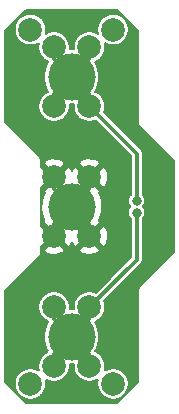
<source format=gbr>
G04 #@! TF.GenerationSoftware,KiCad,Pcbnew,5.1.5-52549c5~84~ubuntu18.04.1*
G04 #@! TF.CreationDate,2020-04-20T00:33:06-07:00*
G04 #@! TF.ProjectId,somos_dielectrode_v2.0,736f6d6f-735f-4646-9965-6c656374726f,rev?*
G04 #@! TF.SameCoordinates,Original*
G04 #@! TF.FileFunction,Copper,L2,Bot*
G04 #@! TF.FilePolarity,Positive*
%FSLAX46Y46*%
G04 Gerber Fmt 4.6, Leading zero omitted, Abs format (unit mm)*
G04 Created by KiCad (PCBNEW 5.1.5-52549c5~84~ubuntu18.04.1) date 2020-04-20 00:33:06*
%MOMM*%
%LPD*%
G04 APERTURE LIST*
%ADD10C,2.000000*%
%ADD11C,4.000000*%
%ADD12C,0.800000*%
%ADD13C,0.350000*%
%ADD14C,0.153000*%
G04 APERTURE END LIST*
D10*
X153500000Y-115000000D03*
X146500000Y-115000000D03*
X153500000Y-85000000D03*
X146500000Y-85000000D03*
D11*
X150000000Y-111000000D03*
D10*
X148500000Y-113500000D03*
X148500000Y-108500000D03*
X151500000Y-108500000D03*
X151500000Y-113500000D03*
D11*
X150000000Y-100000000D03*
D10*
X151500000Y-97500000D03*
X151500000Y-102500000D03*
X148500000Y-102500000D03*
X148500000Y-97500000D03*
X151500000Y-91500000D03*
X151500000Y-86500000D03*
X148500000Y-86500000D03*
X148500000Y-91500000D03*
D11*
X150000000Y-89000000D03*
D12*
X156500000Y-98500000D03*
X156500000Y-101500000D03*
X155500000Y-100500000D03*
X155500000Y-99500000D03*
D13*
X148500000Y-101500000D02*
X150000000Y-100000000D01*
X148500000Y-102500000D02*
X148500000Y-101500000D01*
X151500000Y-101500000D02*
X150000000Y-100000000D01*
X151500000Y-102500000D02*
X151500000Y-101500000D01*
X148500000Y-98500000D02*
X150000000Y-100000000D01*
X148500000Y-97500000D02*
X148500000Y-98500000D01*
X151500000Y-98500000D02*
X150000000Y-100000000D01*
X151500000Y-97500000D02*
X151500000Y-98500000D01*
X156275000Y-99775000D02*
X156500000Y-98500000D01*
X156500000Y-101500000D02*
X156275000Y-99775000D01*
X148500000Y-109500000D02*
X150000000Y-111000000D01*
X148500000Y-108500000D02*
X148500000Y-109500000D01*
X151500000Y-109500000D02*
X150000000Y-111000000D01*
X151500000Y-108500000D02*
X151500000Y-109500000D01*
X151500000Y-112500000D02*
X150000000Y-111000000D01*
X151500000Y-113500000D02*
X151500000Y-112500000D01*
X148500000Y-112500000D02*
X150000000Y-111000000D01*
X148500000Y-113500000D02*
X148500000Y-112500000D01*
X155500000Y-104500000D02*
X151500000Y-108500000D01*
X155500000Y-100500000D02*
X155500000Y-104500000D01*
X151500000Y-90500000D02*
X150000000Y-89000000D01*
X151500000Y-91500000D02*
X151500000Y-90500000D01*
X148500000Y-90500000D02*
X150000000Y-89000000D01*
X148500000Y-91500000D02*
X148500000Y-90500000D01*
X148500000Y-87500000D02*
X150000000Y-89000000D01*
X148500000Y-86500000D02*
X148500000Y-87500000D01*
X151500000Y-87500000D02*
X150000000Y-89000000D01*
X151500000Y-86500000D02*
X151500000Y-87500000D01*
X155500000Y-99500000D02*
X155500000Y-95500000D01*
X155500000Y-95500000D02*
X151500000Y-91500000D01*
D14*
G36*
X155638501Y-85149740D02*
G01*
X155638500Y-92982243D01*
X155636751Y-93000000D01*
X155638500Y-93017756D01*
X155643731Y-93070865D01*
X155664402Y-93139008D01*
X155697969Y-93201809D01*
X155743144Y-93256855D01*
X155756936Y-93268174D01*
X158638501Y-96149739D01*
X158638500Y-103850262D01*
X155756936Y-106731826D01*
X155743145Y-106743144D01*
X155731827Y-106756935D01*
X155731825Y-106756937D01*
X155697970Y-106798190D01*
X155664403Y-106860991D01*
X155643731Y-106929134D01*
X155636751Y-107000000D01*
X155638501Y-107017767D01*
X155638500Y-114850261D01*
X153850262Y-116638500D01*
X146149739Y-116638500D01*
X144361500Y-114850262D01*
X144361500Y-107149738D01*
X147243060Y-104268178D01*
X147256856Y-104256856D01*
X147302031Y-104201810D01*
X147317656Y-104172577D01*
X147335598Y-104139010D01*
X147356269Y-104070867D01*
X147363249Y-104000000D01*
X147361500Y-103982243D01*
X147361500Y-103640285D01*
X147610738Y-103640285D01*
X147713582Y-103884393D01*
X147998774Y-104011214D01*
X148303228Y-104079962D01*
X148615245Y-104087991D01*
X148922832Y-104034995D01*
X149214170Y-103923011D01*
X149286418Y-103884393D01*
X149389262Y-103640285D01*
X150610738Y-103640285D01*
X150713582Y-103884393D01*
X150998774Y-104011214D01*
X151303228Y-104079962D01*
X151615245Y-104087991D01*
X151922832Y-104034995D01*
X152214170Y-103923011D01*
X152286418Y-103884393D01*
X152389262Y-103640285D01*
X151500000Y-102751023D01*
X150610738Y-103640285D01*
X149389262Y-103640285D01*
X148500000Y-102751023D01*
X147610738Y-103640285D01*
X147361500Y-103640285D01*
X147361500Y-103387477D01*
X148248977Y-102500000D01*
X147361500Y-101612523D01*
X147361500Y-100075644D01*
X147404097Y-100075644D01*
X147468734Y-100580626D01*
X147630646Y-101063295D01*
X147689350Y-101173123D01*
X147610738Y-101359715D01*
X148500000Y-102248977D01*
X148514142Y-102234835D01*
X148765165Y-102485858D01*
X148751023Y-102500000D01*
X149640285Y-103389262D01*
X149884393Y-103286418D01*
X150002591Y-103020617D01*
X150076989Y-103214170D01*
X150115607Y-103286418D01*
X150359715Y-103389262D01*
X151248977Y-102500000D01*
X151751023Y-102500000D01*
X152640285Y-103389262D01*
X152884393Y-103286418D01*
X153011214Y-103001226D01*
X153079962Y-102696772D01*
X153087991Y-102384755D01*
X153034995Y-102077168D01*
X152923011Y-101785830D01*
X152884393Y-101713582D01*
X152640285Y-101610738D01*
X151751023Y-102500000D01*
X151248977Y-102500000D01*
X151234835Y-102485858D01*
X151485858Y-102234835D01*
X151500000Y-102248977D01*
X152389262Y-101359715D01*
X152307162Y-101164845D01*
X152427249Y-100923523D01*
X152560781Y-100432245D01*
X152595903Y-99924356D01*
X152531266Y-99419374D01*
X152369354Y-98936705D01*
X152310650Y-98826877D01*
X152389262Y-98640285D01*
X151500000Y-97751023D01*
X151485858Y-97765165D01*
X151234835Y-97514142D01*
X151248977Y-97500000D01*
X151751023Y-97500000D01*
X152640285Y-98389262D01*
X152884393Y-98286418D01*
X153011214Y-98001226D01*
X153079962Y-97696772D01*
X153087991Y-97384755D01*
X153034995Y-97077168D01*
X152923011Y-96785830D01*
X152884393Y-96713582D01*
X152640285Y-96610738D01*
X151751023Y-97500000D01*
X151248977Y-97500000D01*
X150359715Y-96610738D01*
X150115607Y-96713582D01*
X149997409Y-96979383D01*
X149923011Y-96785830D01*
X149884393Y-96713582D01*
X149640285Y-96610738D01*
X148751023Y-97500000D01*
X148765165Y-97514142D01*
X148514142Y-97765165D01*
X148500000Y-97751023D01*
X147610738Y-98640285D01*
X147692838Y-98835155D01*
X147572751Y-99076477D01*
X147439219Y-99567755D01*
X147404097Y-100075644D01*
X147361500Y-100075644D01*
X147361500Y-98387477D01*
X148248977Y-97500000D01*
X147361500Y-96612523D01*
X147361500Y-96359715D01*
X147610738Y-96359715D01*
X148500000Y-97248977D01*
X149389262Y-96359715D01*
X150610738Y-96359715D01*
X151500000Y-97248977D01*
X152389262Y-96359715D01*
X152286418Y-96115607D01*
X152001226Y-95988786D01*
X151696772Y-95920038D01*
X151384755Y-95912009D01*
X151077168Y-95965005D01*
X150785830Y-96076989D01*
X150713582Y-96115607D01*
X150610738Y-96359715D01*
X149389262Y-96359715D01*
X149286418Y-96115607D01*
X149001226Y-95988786D01*
X148696772Y-95920038D01*
X148384755Y-95912009D01*
X148077168Y-95965005D01*
X147785830Y-96076989D01*
X147713582Y-96115607D01*
X147610738Y-96359715D01*
X147361500Y-96359715D01*
X147361500Y-96017757D01*
X147363249Y-96000000D01*
X147356269Y-95929133D01*
X147335598Y-95860990D01*
X147317656Y-95827423D01*
X147302031Y-95798190D01*
X147256855Y-95743144D01*
X147243064Y-95731826D01*
X144361500Y-92850262D01*
X144361500Y-85149738D01*
X144642872Y-84868366D01*
X145163500Y-84868366D01*
X145163500Y-85131634D01*
X145214861Y-85389843D01*
X145315609Y-85633070D01*
X145461872Y-85851969D01*
X145648031Y-86038128D01*
X145866930Y-86184391D01*
X146110157Y-86285139D01*
X146368366Y-86336500D01*
X146631634Y-86336500D01*
X146889843Y-86285139D01*
X147133070Y-86184391D01*
X147210369Y-86132742D01*
X147163500Y-86368366D01*
X147163500Y-86631634D01*
X147214861Y-86889843D01*
X147315609Y-87133070D01*
X147461872Y-87351969D01*
X147648031Y-87538128D01*
X147866930Y-87684391D01*
X148025179Y-87749940D01*
X147929421Y-87893252D01*
X147753291Y-88318468D01*
X147663500Y-88769875D01*
X147663500Y-89230125D01*
X147753291Y-89681532D01*
X147929421Y-90106748D01*
X148025179Y-90250060D01*
X147866930Y-90315609D01*
X147648031Y-90461872D01*
X147461872Y-90648031D01*
X147315609Y-90866930D01*
X147214861Y-91110157D01*
X147163500Y-91368366D01*
X147163500Y-91631634D01*
X147214861Y-91889843D01*
X147315609Y-92133070D01*
X147461872Y-92351969D01*
X147648031Y-92538128D01*
X147866930Y-92684391D01*
X148110157Y-92785139D01*
X148368366Y-92836500D01*
X148631634Y-92836500D01*
X148889843Y-92785139D01*
X149133070Y-92684391D01*
X149351969Y-92538128D01*
X149538128Y-92351969D01*
X149684391Y-92133070D01*
X149785139Y-91889843D01*
X149836500Y-91631634D01*
X149836500Y-91368366D01*
X149830161Y-91336500D01*
X150169839Y-91336500D01*
X150163500Y-91368366D01*
X150163500Y-91631634D01*
X150214861Y-91889843D01*
X150315609Y-92133070D01*
X150461872Y-92351969D01*
X150648031Y-92538128D01*
X150866930Y-92684391D01*
X151110157Y-92785139D01*
X151368366Y-92836500D01*
X151631634Y-92836500D01*
X151889843Y-92785139D01*
X152011414Y-92734783D01*
X154988501Y-95711871D01*
X154988500Y-98969931D01*
X154927923Y-99030508D01*
X154847322Y-99151136D01*
X154791803Y-99285171D01*
X154763500Y-99427461D01*
X154763500Y-99572539D01*
X154791803Y-99714829D01*
X154847322Y-99848864D01*
X154927923Y-99969492D01*
X154958431Y-100000000D01*
X154927923Y-100030508D01*
X154847322Y-100151136D01*
X154791803Y-100285171D01*
X154763500Y-100427461D01*
X154763500Y-100572539D01*
X154791803Y-100714829D01*
X154847322Y-100848864D01*
X154927923Y-100969492D01*
X154988500Y-101030069D01*
X154988501Y-104288129D01*
X152011414Y-107265217D01*
X151889843Y-107214861D01*
X151631634Y-107163500D01*
X151368366Y-107163500D01*
X151110157Y-107214861D01*
X150866930Y-107315609D01*
X150648031Y-107461872D01*
X150461872Y-107648031D01*
X150315609Y-107866930D01*
X150214861Y-108110157D01*
X150163500Y-108368366D01*
X150163500Y-108631634D01*
X150169839Y-108663500D01*
X149830161Y-108663500D01*
X149836500Y-108631634D01*
X149836500Y-108368366D01*
X149785139Y-108110157D01*
X149684391Y-107866930D01*
X149538128Y-107648031D01*
X149351969Y-107461872D01*
X149133070Y-107315609D01*
X148889843Y-107214861D01*
X148631634Y-107163500D01*
X148368366Y-107163500D01*
X148110157Y-107214861D01*
X147866930Y-107315609D01*
X147648031Y-107461872D01*
X147461872Y-107648031D01*
X147315609Y-107866930D01*
X147214861Y-108110157D01*
X147163500Y-108368366D01*
X147163500Y-108631634D01*
X147214861Y-108889843D01*
X147315609Y-109133070D01*
X147461872Y-109351969D01*
X147648031Y-109538128D01*
X147866930Y-109684391D01*
X148025179Y-109749940D01*
X147929421Y-109893252D01*
X147753291Y-110318468D01*
X147663500Y-110769875D01*
X147663500Y-111230125D01*
X147753291Y-111681532D01*
X147929421Y-112106748D01*
X148025179Y-112250060D01*
X147866930Y-112315609D01*
X147648031Y-112461872D01*
X147461872Y-112648031D01*
X147315609Y-112866930D01*
X147214861Y-113110157D01*
X147163500Y-113368366D01*
X147163500Y-113631634D01*
X147210369Y-113867258D01*
X147133070Y-113815609D01*
X146889843Y-113714861D01*
X146631634Y-113663500D01*
X146368366Y-113663500D01*
X146110157Y-113714861D01*
X145866930Y-113815609D01*
X145648031Y-113961872D01*
X145461872Y-114148031D01*
X145315609Y-114366930D01*
X145214861Y-114610157D01*
X145163500Y-114868366D01*
X145163500Y-115131634D01*
X145214861Y-115389843D01*
X145315609Y-115633070D01*
X145461872Y-115851969D01*
X145648031Y-116038128D01*
X145866930Y-116184391D01*
X146110157Y-116285139D01*
X146368366Y-116336500D01*
X146631634Y-116336500D01*
X146889843Y-116285139D01*
X147133070Y-116184391D01*
X147351969Y-116038128D01*
X147538128Y-115851969D01*
X147684391Y-115633070D01*
X147785139Y-115389843D01*
X147836500Y-115131634D01*
X147836500Y-114868366D01*
X147789631Y-114632742D01*
X147866930Y-114684391D01*
X148110157Y-114785139D01*
X148368366Y-114836500D01*
X148631634Y-114836500D01*
X148889843Y-114785139D01*
X149133070Y-114684391D01*
X149351969Y-114538128D01*
X149538128Y-114351969D01*
X149684391Y-114133070D01*
X149785139Y-113889843D01*
X149836500Y-113631634D01*
X149836500Y-113368366D01*
X149830161Y-113336500D01*
X150169839Y-113336500D01*
X150163500Y-113368366D01*
X150163500Y-113631634D01*
X150214861Y-113889843D01*
X150315609Y-114133070D01*
X150461872Y-114351969D01*
X150648031Y-114538128D01*
X150866930Y-114684391D01*
X151110157Y-114785139D01*
X151368366Y-114836500D01*
X151631634Y-114836500D01*
X151889843Y-114785139D01*
X152133070Y-114684391D01*
X152210369Y-114632742D01*
X152163500Y-114868366D01*
X152163500Y-115131634D01*
X152214861Y-115389843D01*
X152315609Y-115633070D01*
X152461872Y-115851969D01*
X152648031Y-116038128D01*
X152866930Y-116184391D01*
X153110157Y-116285139D01*
X153368366Y-116336500D01*
X153631634Y-116336500D01*
X153889843Y-116285139D01*
X154133070Y-116184391D01*
X154351969Y-116038128D01*
X154538128Y-115851969D01*
X154684391Y-115633070D01*
X154785139Y-115389843D01*
X154836500Y-115131634D01*
X154836500Y-114868366D01*
X154785139Y-114610157D01*
X154684391Y-114366930D01*
X154538128Y-114148031D01*
X154351969Y-113961872D01*
X154133070Y-113815609D01*
X153889843Y-113714861D01*
X153631634Y-113663500D01*
X153368366Y-113663500D01*
X153110157Y-113714861D01*
X152866930Y-113815609D01*
X152789631Y-113867258D01*
X152836500Y-113631634D01*
X152836500Y-113368366D01*
X152785139Y-113110157D01*
X152684391Y-112866930D01*
X152538128Y-112648031D01*
X152351969Y-112461872D01*
X152133070Y-112315609D01*
X151974821Y-112250060D01*
X152070579Y-112106748D01*
X152246709Y-111681532D01*
X152336500Y-111230125D01*
X152336500Y-110769875D01*
X152246709Y-110318468D01*
X152070579Y-109893252D01*
X151974821Y-109749940D01*
X152133070Y-109684391D01*
X152351969Y-109538128D01*
X152538128Y-109351969D01*
X152684391Y-109133070D01*
X152785139Y-108889843D01*
X152836500Y-108631634D01*
X152836500Y-108368366D01*
X152785139Y-108110157D01*
X152734783Y-107988586D01*
X155843917Y-104879453D01*
X155863435Y-104863435D01*
X155927354Y-104785549D01*
X155974850Y-104696689D01*
X156004098Y-104600271D01*
X156011500Y-104525119D01*
X156013974Y-104500001D01*
X156011500Y-104474882D01*
X156011500Y-101030069D01*
X156072077Y-100969492D01*
X156152678Y-100848864D01*
X156208197Y-100714829D01*
X156236500Y-100572539D01*
X156236500Y-100427461D01*
X156208197Y-100285171D01*
X156152678Y-100151136D01*
X156072077Y-100030508D01*
X156041569Y-100000000D01*
X156072077Y-99969492D01*
X156152678Y-99848864D01*
X156208197Y-99714829D01*
X156236500Y-99572539D01*
X156236500Y-99427461D01*
X156208197Y-99285171D01*
X156152678Y-99151136D01*
X156072077Y-99030508D01*
X156011500Y-98969931D01*
X156011500Y-95525118D01*
X156013974Y-95499999D01*
X156004098Y-95399728D01*
X155995225Y-95370480D01*
X155974850Y-95303311D01*
X155927354Y-95214451D01*
X155863435Y-95136565D01*
X155843917Y-95120547D01*
X152734783Y-92011414D01*
X152785139Y-91889843D01*
X152836500Y-91631634D01*
X152836500Y-91368366D01*
X152785139Y-91110157D01*
X152684391Y-90866930D01*
X152538128Y-90648031D01*
X152351969Y-90461872D01*
X152133070Y-90315609D01*
X151974821Y-90250060D01*
X152070579Y-90106748D01*
X152246709Y-89681532D01*
X152336500Y-89230125D01*
X152336500Y-88769875D01*
X152246709Y-88318468D01*
X152070579Y-87893252D01*
X151974821Y-87749940D01*
X152133070Y-87684391D01*
X152351969Y-87538128D01*
X152538128Y-87351969D01*
X152684391Y-87133070D01*
X152785139Y-86889843D01*
X152836500Y-86631634D01*
X152836500Y-86368366D01*
X152789631Y-86132742D01*
X152866930Y-86184391D01*
X153110157Y-86285139D01*
X153368366Y-86336500D01*
X153631634Y-86336500D01*
X153889843Y-86285139D01*
X154133070Y-86184391D01*
X154351969Y-86038128D01*
X154538128Y-85851969D01*
X154684391Y-85633070D01*
X154785139Y-85389843D01*
X154836500Y-85131634D01*
X154836500Y-84868366D01*
X154785139Y-84610157D01*
X154684391Y-84366930D01*
X154538128Y-84148031D01*
X154351969Y-83961872D01*
X154133070Y-83815609D01*
X153889843Y-83714861D01*
X153631634Y-83663500D01*
X153368366Y-83663500D01*
X153110157Y-83714861D01*
X152866930Y-83815609D01*
X152648031Y-83961872D01*
X152461872Y-84148031D01*
X152315609Y-84366930D01*
X152214861Y-84610157D01*
X152163500Y-84868366D01*
X152163500Y-85131634D01*
X152210369Y-85367258D01*
X152133070Y-85315609D01*
X151889843Y-85214861D01*
X151631634Y-85163500D01*
X151368366Y-85163500D01*
X151110157Y-85214861D01*
X150866930Y-85315609D01*
X150648031Y-85461872D01*
X150461872Y-85648031D01*
X150315609Y-85866930D01*
X150214861Y-86110157D01*
X150163500Y-86368366D01*
X150163500Y-86631634D01*
X150169839Y-86663500D01*
X149830161Y-86663500D01*
X149836500Y-86631634D01*
X149836500Y-86368366D01*
X149785139Y-86110157D01*
X149684391Y-85866930D01*
X149538128Y-85648031D01*
X149351969Y-85461872D01*
X149133070Y-85315609D01*
X148889843Y-85214861D01*
X148631634Y-85163500D01*
X148368366Y-85163500D01*
X148110157Y-85214861D01*
X147866930Y-85315609D01*
X147789631Y-85367258D01*
X147836500Y-85131634D01*
X147836500Y-84868366D01*
X147785139Y-84610157D01*
X147684391Y-84366930D01*
X147538128Y-84148031D01*
X147351969Y-83961872D01*
X147133070Y-83815609D01*
X146889843Y-83714861D01*
X146631634Y-83663500D01*
X146368366Y-83663500D01*
X146110157Y-83714861D01*
X145866930Y-83815609D01*
X145648031Y-83961872D01*
X145461872Y-84148031D01*
X145315609Y-84366930D01*
X145214861Y-84610157D01*
X145163500Y-84868366D01*
X144642872Y-84868366D01*
X146149739Y-83361500D01*
X153850262Y-83361500D01*
X155638501Y-85149740D01*
G37*
X155638501Y-85149740D02*
X155638500Y-92982243D01*
X155636751Y-93000000D01*
X155638500Y-93017756D01*
X155643731Y-93070865D01*
X155664402Y-93139008D01*
X155697969Y-93201809D01*
X155743144Y-93256855D01*
X155756936Y-93268174D01*
X158638501Y-96149739D01*
X158638500Y-103850262D01*
X155756936Y-106731826D01*
X155743145Y-106743144D01*
X155731827Y-106756935D01*
X155731825Y-106756937D01*
X155697970Y-106798190D01*
X155664403Y-106860991D01*
X155643731Y-106929134D01*
X155636751Y-107000000D01*
X155638501Y-107017767D01*
X155638500Y-114850261D01*
X153850262Y-116638500D01*
X146149739Y-116638500D01*
X144361500Y-114850262D01*
X144361500Y-107149738D01*
X147243060Y-104268178D01*
X147256856Y-104256856D01*
X147302031Y-104201810D01*
X147317656Y-104172577D01*
X147335598Y-104139010D01*
X147356269Y-104070867D01*
X147363249Y-104000000D01*
X147361500Y-103982243D01*
X147361500Y-103640285D01*
X147610738Y-103640285D01*
X147713582Y-103884393D01*
X147998774Y-104011214D01*
X148303228Y-104079962D01*
X148615245Y-104087991D01*
X148922832Y-104034995D01*
X149214170Y-103923011D01*
X149286418Y-103884393D01*
X149389262Y-103640285D01*
X150610738Y-103640285D01*
X150713582Y-103884393D01*
X150998774Y-104011214D01*
X151303228Y-104079962D01*
X151615245Y-104087991D01*
X151922832Y-104034995D01*
X152214170Y-103923011D01*
X152286418Y-103884393D01*
X152389262Y-103640285D01*
X151500000Y-102751023D01*
X150610738Y-103640285D01*
X149389262Y-103640285D01*
X148500000Y-102751023D01*
X147610738Y-103640285D01*
X147361500Y-103640285D01*
X147361500Y-103387477D01*
X148248977Y-102500000D01*
X147361500Y-101612523D01*
X147361500Y-100075644D01*
X147404097Y-100075644D01*
X147468734Y-100580626D01*
X147630646Y-101063295D01*
X147689350Y-101173123D01*
X147610738Y-101359715D01*
X148500000Y-102248977D01*
X148514142Y-102234835D01*
X148765165Y-102485858D01*
X148751023Y-102500000D01*
X149640285Y-103389262D01*
X149884393Y-103286418D01*
X150002591Y-103020617D01*
X150076989Y-103214170D01*
X150115607Y-103286418D01*
X150359715Y-103389262D01*
X151248977Y-102500000D01*
X151751023Y-102500000D01*
X152640285Y-103389262D01*
X152884393Y-103286418D01*
X153011214Y-103001226D01*
X153079962Y-102696772D01*
X153087991Y-102384755D01*
X153034995Y-102077168D01*
X152923011Y-101785830D01*
X152884393Y-101713582D01*
X152640285Y-101610738D01*
X151751023Y-102500000D01*
X151248977Y-102500000D01*
X151234835Y-102485858D01*
X151485858Y-102234835D01*
X151500000Y-102248977D01*
X152389262Y-101359715D01*
X152307162Y-101164845D01*
X152427249Y-100923523D01*
X152560781Y-100432245D01*
X152595903Y-99924356D01*
X152531266Y-99419374D01*
X152369354Y-98936705D01*
X152310650Y-98826877D01*
X152389262Y-98640285D01*
X151500000Y-97751023D01*
X151485858Y-97765165D01*
X151234835Y-97514142D01*
X151248977Y-97500000D01*
X151751023Y-97500000D01*
X152640285Y-98389262D01*
X152884393Y-98286418D01*
X153011214Y-98001226D01*
X153079962Y-97696772D01*
X153087991Y-97384755D01*
X153034995Y-97077168D01*
X152923011Y-96785830D01*
X152884393Y-96713582D01*
X152640285Y-96610738D01*
X151751023Y-97500000D01*
X151248977Y-97500000D01*
X150359715Y-96610738D01*
X150115607Y-96713582D01*
X149997409Y-96979383D01*
X149923011Y-96785830D01*
X149884393Y-96713582D01*
X149640285Y-96610738D01*
X148751023Y-97500000D01*
X148765165Y-97514142D01*
X148514142Y-97765165D01*
X148500000Y-97751023D01*
X147610738Y-98640285D01*
X147692838Y-98835155D01*
X147572751Y-99076477D01*
X147439219Y-99567755D01*
X147404097Y-100075644D01*
X147361500Y-100075644D01*
X147361500Y-98387477D01*
X148248977Y-97500000D01*
X147361500Y-96612523D01*
X147361500Y-96359715D01*
X147610738Y-96359715D01*
X148500000Y-97248977D01*
X149389262Y-96359715D01*
X150610738Y-96359715D01*
X151500000Y-97248977D01*
X152389262Y-96359715D01*
X152286418Y-96115607D01*
X152001226Y-95988786D01*
X151696772Y-95920038D01*
X151384755Y-95912009D01*
X151077168Y-95965005D01*
X150785830Y-96076989D01*
X150713582Y-96115607D01*
X150610738Y-96359715D01*
X149389262Y-96359715D01*
X149286418Y-96115607D01*
X149001226Y-95988786D01*
X148696772Y-95920038D01*
X148384755Y-95912009D01*
X148077168Y-95965005D01*
X147785830Y-96076989D01*
X147713582Y-96115607D01*
X147610738Y-96359715D01*
X147361500Y-96359715D01*
X147361500Y-96017757D01*
X147363249Y-96000000D01*
X147356269Y-95929133D01*
X147335598Y-95860990D01*
X147317656Y-95827423D01*
X147302031Y-95798190D01*
X147256855Y-95743144D01*
X147243064Y-95731826D01*
X144361500Y-92850262D01*
X144361500Y-85149738D01*
X144642872Y-84868366D01*
X145163500Y-84868366D01*
X145163500Y-85131634D01*
X145214861Y-85389843D01*
X145315609Y-85633070D01*
X145461872Y-85851969D01*
X145648031Y-86038128D01*
X145866930Y-86184391D01*
X146110157Y-86285139D01*
X146368366Y-86336500D01*
X146631634Y-86336500D01*
X146889843Y-86285139D01*
X147133070Y-86184391D01*
X147210369Y-86132742D01*
X147163500Y-86368366D01*
X147163500Y-86631634D01*
X147214861Y-86889843D01*
X147315609Y-87133070D01*
X147461872Y-87351969D01*
X147648031Y-87538128D01*
X147866930Y-87684391D01*
X148025179Y-87749940D01*
X147929421Y-87893252D01*
X147753291Y-88318468D01*
X147663500Y-88769875D01*
X147663500Y-89230125D01*
X147753291Y-89681532D01*
X147929421Y-90106748D01*
X148025179Y-90250060D01*
X147866930Y-90315609D01*
X147648031Y-90461872D01*
X147461872Y-90648031D01*
X147315609Y-90866930D01*
X147214861Y-91110157D01*
X147163500Y-91368366D01*
X147163500Y-91631634D01*
X147214861Y-91889843D01*
X147315609Y-92133070D01*
X147461872Y-92351969D01*
X147648031Y-92538128D01*
X147866930Y-92684391D01*
X148110157Y-92785139D01*
X148368366Y-92836500D01*
X148631634Y-92836500D01*
X148889843Y-92785139D01*
X149133070Y-92684391D01*
X149351969Y-92538128D01*
X149538128Y-92351969D01*
X149684391Y-92133070D01*
X149785139Y-91889843D01*
X149836500Y-91631634D01*
X149836500Y-91368366D01*
X149830161Y-91336500D01*
X150169839Y-91336500D01*
X150163500Y-91368366D01*
X150163500Y-91631634D01*
X150214861Y-91889843D01*
X150315609Y-92133070D01*
X150461872Y-92351969D01*
X150648031Y-92538128D01*
X150866930Y-92684391D01*
X151110157Y-92785139D01*
X151368366Y-92836500D01*
X151631634Y-92836500D01*
X151889843Y-92785139D01*
X152011414Y-92734783D01*
X154988501Y-95711871D01*
X154988500Y-98969931D01*
X154927923Y-99030508D01*
X154847322Y-99151136D01*
X154791803Y-99285171D01*
X154763500Y-99427461D01*
X154763500Y-99572539D01*
X154791803Y-99714829D01*
X154847322Y-99848864D01*
X154927923Y-99969492D01*
X154958431Y-100000000D01*
X154927923Y-100030508D01*
X154847322Y-100151136D01*
X154791803Y-100285171D01*
X154763500Y-100427461D01*
X154763500Y-100572539D01*
X154791803Y-100714829D01*
X154847322Y-100848864D01*
X154927923Y-100969492D01*
X154988500Y-101030069D01*
X154988501Y-104288129D01*
X152011414Y-107265217D01*
X151889843Y-107214861D01*
X151631634Y-107163500D01*
X151368366Y-107163500D01*
X151110157Y-107214861D01*
X150866930Y-107315609D01*
X150648031Y-107461872D01*
X150461872Y-107648031D01*
X150315609Y-107866930D01*
X150214861Y-108110157D01*
X150163500Y-108368366D01*
X150163500Y-108631634D01*
X150169839Y-108663500D01*
X149830161Y-108663500D01*
X149836500Y-108631634D01*
X149836500Y-108368366D01*
X149785139Y-108110157D01*
X149684391Y-107866930D01*
X149538128Y-107648031D01*
X149351969Y-107461872D01*
X149133070Y-107315609D01*
X148889843Y-107214861D01*
X148631634Y-107163500D01*
X148368366Y-107163500D01*
X148110157Y-107214861D01*
X147866930Y-107315609D01*
X147648031Y-107461872D01*
X147461872Y-107648031D01*
X147315609Y-107866930D01*
X147214861Y-108110157D01*
X147163500Y-108368366D01*
X147163500Y-108631634D01*
X147214861Y-108889843D01*
X147315609Y-109133070D01*
X147461872Y-109351969D01*
X147648031Y-109538128D01*
X147866930Y-109684391D01*
X148025179Y-109749940D01*
X147929421Y-109893252D01*
X147753291Y-110318468D01*
X147663500Y-110769875D01*
X147663500Y-111230125D01*
X147753291Y-111681532D01*
X147929421Y-112106748D01*
X148025179Y-112250060D01*
X147866930Y-112315609D01*
X147648031Y-112461872D01*
X147461872Y-112648031D01*
X147315609Y-112866930D01*
X147214861Y-113110157D01*
X147163500Y-113368366D01*
X147163500Y-113631634D01*
X147210369Y-113867258D01*
X147133070Y-113815609D01*
X146889843Y-113714861D01*
X146631634Y-113663500D01*
X146368366Y-113663500D01*
X146110157Y-113714861D01*
X145866930Y-113815609D01*
X145648031Y-113961872D01*
X145461872Y-114148031D01*
X145315609Y-114366930D01*
X145214861Y-114610157D01*
X145163500Y-114868366D01*
X145163500Y-115131634D01*
X145214861Y-115389843D01*
X145315609Y-115633070D01*
X145461872Y-115851969D01*
X145648031Y-116038128D01*
X145866930Y-116184391D01*
X146110157Y-116285139D01*
X146368366Y-116336500D01*
X146631634Y-116336500D01*
X146889843Y-116285139D01*
X147133070Y-116184391D01*
X147351969Y-116038128D01*
X147538128Y-115851969D01*
X147684391Y-115633070D01*
X147785139Y-115389843D01*
X147836500Y-115131634D01*
X147836500Y-114868366D01*
X147789631Y-114632742D01*
X147866930Y-114684391D01*
X148110157Y-114785139D01*
X148368366Y-114836500D01*
X148631634Y-114836500D01*
X148889843Y-114785139D01*
X149133070Y-114684391D01*
X149351969Y-114538128D01*
X149538128Y-114351969D01*
X149684391Y-114133070D01*
X149785139Y-113889843D01*
X149836500Y-113631634D01*
X149836500Y-113368366D01*
X149830161Y-113336500D01*
X150169839Y-113336500D01*
X150163500Y-113368366D01*
X150163500Y-113631634D01*
X150214861Y-113889843D01*
X150315609Y-114133070D01*
X150461872Y-114351969D01*
X150648031Y-114538128D01*
X150866930Y-114684391D01*
X151110157Y-114785139D01*
X151368366Y-114836500D01*
X151631634Y-114836500D01*
X151889843Y-114785139D01*
X152133070Y-114684391D01*
X152210369Y-114632742D01*
X152163500Y-114868366D01*
X152163500Y-115131634D01*
X152214861Y-115389843D01*
X152315609Y-115633070D01*
X152461872Y-115851969D01*
X152648031Y-116038128D01*
X152866930Y-116184391D01*
X153110157Y-116285139D01*
X153368366Y-116336500D01*
X153631634Y-116336500D01*
X153889843Y-116285139D01*
X154133070Y-116184391D01*
X154351969Y-116038128D01*
X154538128Y-115851969D01*
X154684391Y-115633070D01*
X154785139Y-115389843D01*
X154836500Y-115131634D01*
X154836500Y-114868366D01*
X154785139Y-114610157D01*
X154684391Y-114366930D01*
X154538128Y-114148031D01*
X154351969Y-113961872D01*
X154133070Y-113815609D01*
X153889843Y-113714861D01*
X153631634Y-113663500D01*
X153368366Y-113663500D01*
X153110157Y-113714861D01*
X152866930Y-113815609D01*
X152789631Y-113867258D01*
X152836500Y-113631634D01*
X152836500Y-113368366D01*
X152785139Y-113110157D01*
X152684391Y-112866930D01*
X152538128Y-112648031D01*
X152351969Y-112461872D01*
X152133070Y-112315609D01*
X151974821Y-112250060D01*
X152070579Y-112106748D01*
X152246709Y-111681532D01*
X152336500Y-111230125D01*
X152336500Y-110769875D01*
X152246709Y-110318468D01*
X152070579Y-109893252D01*
X151974821Y-109749940D01*
X152133070Y-109684391D01*
X152351969Y-109538128D01*
X152538128Y-109351969D01*
X152684391Y-109133070D01*
X152785139Y-108889843D01*
X152836500Y-108631634D01*
X152836500Y-108368366D01*
X152785139Y-108110157D01*
X152734783Y-107988586D01*
X155843917Y-104879453D01*
X155863435Y-104863435D01*
X155927354Y-104785549D01*
X155974850Y-104696689D01*
X156004098Y-104600271D01*
X156011500Y-104525119D01*
X156013974Y-104500001D01*
X156011500Y-104474882D01*
X156011500Y-101030069D01*
X156072077Y-100969492D01*
X156152678Y-100848864D01*
X156208197Y-100714829D01*
X156236500Y-100572539D01*
X156236500Y-100427461D01*
X156208197Y-100285171D01*
X156152678Y-100151136D01*
X156072077Y-100030508D01*
X156041569Y-100000000D01*
X156072077Y-99969492D01*
X156152678Y-99848864D01*
X156208197Y-99714829D01*
X156236500Y-99572539D01*
X156236500Y-99427461D01*
X156208197Y-99285171D01*
X156152678Y-99151136D01*
X156072077Y-99030508D01*
X156011500Y-98969931D01*
X156011500Y-95525118D01*
X156013974Y-95499999D01*
X156004098Y-95399728D01*
X155995225Y-95370480D01*
X155974850Y-95303311D01*
X155927354Y-95214451D01*
X155863435Y-95136565D01*
X155843917Y-95120547D01*
X152734783Y-92011414D01*
X152785139Y-91889843D01*
X152836500Y-91631634D01*
X152836500Y-91368366D01*
X152785139Y-91110157D01*
X152684391Y-90866930D01*
X152538128Y-90648031D01*
X152351969Y-90461872D01*
X152133070Y-90315609D01*
X151974821Y-90250060D01*
X152070579Y-90106748D01*
X152246709Y-89681532D01*
X152336500Y-89230125D01*
X152336500Y-88769875D01*
X152246709Y-88318468D01*
X152070579Y-87893252D01*
X151974821Y-87749940D01*
X152133070Y-87684391D01*
X152351969Y-87538128D01*
X152538128Y-87351969D01*
X152684391Y-87133070D01*
X152785139Y-86889843D01*
X152836500Y-86631634D01*
X152836500Y-86368366D01*
X152789631Y-86132742D01*
X152866930Y-86184391D01*
X153110157Y-86285139D01*
X153368366Y-86336500D01*
X153631634Y-86336500D01*
X153889843Y-86285139D01*
X154133070Y-86184391D01*
X154351969Y-86038128D01*
X154538128Y-85851969D01*
X154684391Y-85633070D01*
X154785139Y-85389843D01*
X154836500Y-85131634D01*
X154836500Y-84868366D01*
X154785139Y-84610157D01*
X154684391Y-84366930D01*
X154538128Y-84148031D01*
X154351969Y-83961872D01*
X154133070Y-83815609D01*
X153889843Y-83714861D01*
X153631634Y-83663500D01*
X153368366Y-83663500D01*
X153110157Y-83714861D01*
X152866930Y-83815609D01*
X152648031Y-83961872D01*
X152461872Y-84148031D01*
X152315609Y-84366930D01*
X152214861Y-84610157D01*
X152163500Y-84868366D01*
X152163500Y-85131634D01*
X152210369Y-85367258D01*
X152133070Y-85315609D01*
X151889843Y-85214861D01*
X151631634Y-85163500D01*
X151368366Y-85163500D01*
X151110157Y-85214861D01*
X150866930Y-85315609D01*
X150648031Y-85461872D01*
X150461872Y-85648031D01*
X150315609Y-85866930D01*
X150214861Y-86110157D01*
X150163500Y-86368366D01*
X150163500Y-86631634D01*
X150169839Y-86663500D01*
X149830161Y-86663500D01*
X149836500Y-86631634D01*
X149836500Y-86368366D01*
X149785139Y-86110157D01*
X149684391Y-85866930D01*
X149538128Y-85648031D01*
X149351969Y-85461872D01*
X149133070Y-85315609D01*
X148889843Y-85214861D01*
X148631634Y-85163500D01*
X148368366Y-85163500D01*
X148110157Y-85214861D01*
X147866930Y-85315609D01*
X147789631Y-85367258D01*
X147836500Y-85131634D01*
X147836500Y-84868366D01*
X147785139Y-84610157D01*
X147684391Y-84366930D01*
X147538128Y-84148031D01*
X147351969Y-83961872D01*
X147133070Y-83815609D01*
X146889843Y-83714861D01*
X146631634Y-83663500D01*
X146368366Y-83663500D01*
X146110157Y-83714861D01*
X145866930Y-83815609D01*
X145648031Y-83961872D01*
X145461872Y-84148031D01*
X145315609Y-84366930D01*
X145214861Y-84610157D01*
X145163500Y-84868366D01*
X144642872Y-84868366D01*
X146149739Y-83361500D01*
X153850262Y-83361500D01*
X155638501Y-85149740D01*
G36*
X150265165Y-99985858D02*
G01*
X150251023Y-100000000D01*
X150265165Y-100014142D01*
X150014142Y-100265165D01*
X150000000Y-100251023D01*
X149985858Y-100265165D01*
X149734835Y-100014142D01*
X149748977Y-100000000D01*
X149734835Y-99985858D01*
X149985858Y-99734835D01*
X150000000Y-99748977D01*
X150014142Y-99734835D01*
X150265165Y-99985858D01*
G37*
X150265165Y-99985858D02*
X150251023Y-100000000D01*
X150265165Y-100014142D01*
X150014142Y-100265165D01*
X150000000Y-100251023D01*
X149985858Y-100265165D01*
X149734835Y-100014142D01*
X149748977Y-100000000D01*
X149734835Y-99985858D01*
X149985858Y-99734835D01*
X150000000Y-99748977D01*
X150014142Y-99734835D01*
X150265165Y-99985858D01*
M02*

</source>
